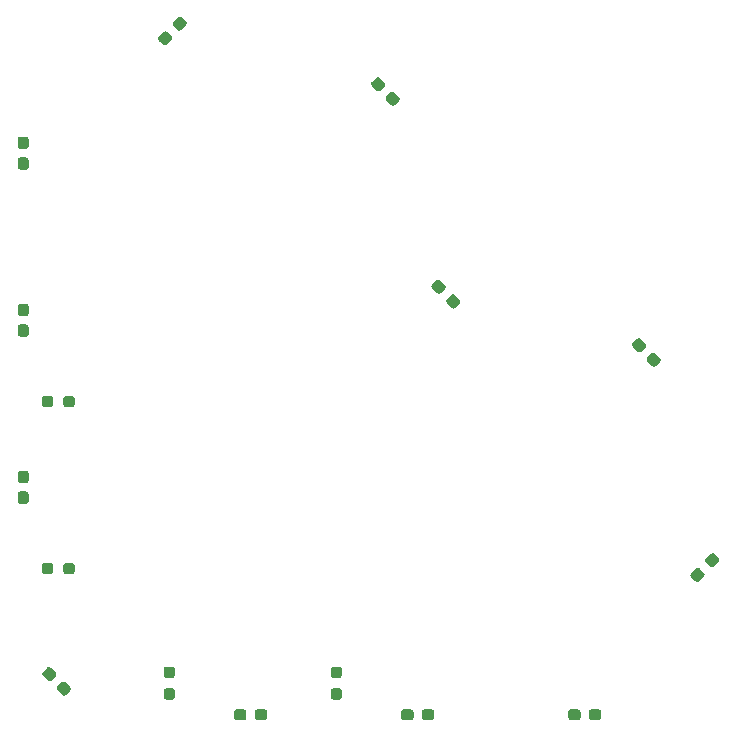
<source format=gtp>
G04 #@! TF.GenerationSoftware,KiCad,Pcbnew,5.1.7-a382d34a88~90~ubuntu20.04.1*
G04 #@! TF.CreationDate,2022-01-21T18:01:13-05:00*
G04 #@! TF.ProjectId,cr2022012001-12-leds-board,63723230-3232-4303-9132-3030312d3132,rev?*
G04 #@! TF.SameCoordinates,Original*
G04 #@! TF.FileFunction,Paste,Top*
G04 #@! TF.FilePolarity,Positive*
%FSLAX46Y46*%
G04 Gerber Fmt 4.6, Leading zero omitted, Abs format (unit mm)*
G04 Created by KiCad (PCBNEW 5.1.7-a382d34a88~90~ubuntu20.04.1) date 2022-01-21 18:01:13*
%MOMM*%
%LPD*%
G01*
G04 APERTURE LIST*
G04 APERTURE END LIST*
G36*
G01*
X180423665Y-93717821D02*
X180898665Y-93717821D01*
G75*
G02*
X181136165Y-93955321I0J-237500D01*
G01*
X181136165Y-94455321D01*
G75*
G02*
X180898665Y-94692821I-237500J0D01*
G01*
X180423665Y-94692821D01*
G75*
G02*
X180186165Y-94455321I0J237500D01*
G01*
X180186165Y-93955321D01*
G75*
G02*
X180423665Y-93717821I237500J0D01*
G01*
G37*
G36*
G01*
X180423665Y-91892821D02*
X180898665Y-91892821D01*
G75*
G02*
X181136165Y-92130321I0J-237500D01*
G01*
X181136165Y-92630321D01*
G75*
G02*
X180898665Y-92867821I-237500J0D01*
G01*
X180423665Y-92867821D01*
G75*
G02*
X180186165Y-92630321I0J237500D01*
G01*
X180186165Y-92130321D01*
G75*
G02*
X180423665Y-91892821I237500J0D01*
G01*
G37*
G36*
G01*
X166281530Y-93717821D02*
X166756530Y-93717821D01*
G75*
G02*
X166994030Y-93955321I0J-237500D01*
G01*
X166994030Y-94455321D01*
G75*
G02*
X166756530Y-94692821I-237500J0D01*
G01*
X166281530Y-94692821D01*
G75*
G02*
X166044030Y-94455321I0J237500D01*
G01*
X166044030Y-93955321D01*
G75*
G02*
X166281530Y-93717821I237500J0D01*
G01*
G37*
G36*
G01*
X166281530Y-91892821D02*
X166756530Y-91892821D01*
G75*
G02*
X166994030Y-92130321I0J-237500D01*
G01*
X166994030Y-92630321D01*
G75*
G02*
X166756530Y-92867821I-237500J0D01*
G01*
X166281530Y-92867821D01*
G75*
G02*
X166044030Y-92630321I0J237500D01*
G01*
X166044030Y-92130321D01*
G75*
G02*
X166281530Y-91892821I237500J0D01*
G01*
G37*
G36*
G01*
X156696248Y-83361219D02*
X156696248Y-83836219D01*
G75*
G02*
X156458748Y-84073719I-237500J0D01*
G01*
X155958748Y-84073719D01*
G75*
G02*
X155721248Y-83836219I0J237500D01*
G01*
X155721248Y-83361219D01*
G75*
G02*
X155958748Y-83123719I237500J0D01*
G01*
X156458748Y-83123719D01*
G75*
G02*
X156696248Y-83361219I0J-237500D01*
G01*
G37*
G36*
G01*
X158521248Y-83361219D02*
X158521248Y-83836219D01*
G75*
G02*
X158283748Y-84073719I-237500J0D01*
G01*
X157783748Y-84073719D01*
G75*
G02*
X157546248Y-83836219I0J237500D01*
G01*
X157546248Y-83361219D01*
G75*
G02*
X157783748Y-83123719I237500J0D01*
G01*
X158283748Y-83123719D01*
G75*
G02*
X158521248Y-83361219I0J-237500D01*
G01*
G37*
G36*
G01*
X156696248Y-69219084D02*
X156696248Y-69694084D01*
G75*
G02*
X156458748Y-69931584I-237500J0D01*
G01*
X155958748Y-69931584D01*
G75*
G02*
X155721248Y-69694084I0J237500D01*
G01*
X155721248Y-69219084D01*
G75*
G02*
X155958748Y-68981584I237500J0D01*
G01*
X156458748Y-68981584D01*
G75*
G02*
X156696248Y-69219084I0J-237500D01*
G01*
G37*
G36*
G01*
X158521248Y-69219084D02*
X158521248Y-69694084D01*
G75*
G02*
X158283748Y-69931584I-237500J0D01*
G01*
X157783748Y-69931584D01*
G75*
G02*
X157546248Y-69694084I0J237500D01*
G01*
X157546248Y-69219084D01*
G75*
G02*
X157783748Y-68981584I237500J0D01*
G01*
X158283748Y-68981584D01*
G75*
G02*
X158521248Y-69219084I0J-237500D01*
G01*
G37*
G36*
G01*
X153907161Y-77063312D02*
X154382161Y-77063312D01*
G75*
G02*
X154619661Y-77300812I0J-237500D01*
G01*
X154619661Y-77875812D01*
G75*
G02*
X154382161Y-78113312I-237500J0D01*
G01*
X153907161Y-78113312D01*
G75*
G02*
X153669661Y-77875812I0J237500D01*
G01*
X153669661Y-77300812D01*
G75*
G02*
X153907161Y-77063312I237500J0D01*
G01*
G37*
G36*
G01*
X153907161Y-75313312D02*
X154382161Y-75313312D01*
G75*
G02*
X154619661Y-75550812I0J-237500D01*
G01*
X154619661Y-76125812D01*
G75*
G02*
X154382161Y-76363312I-237500J0D01*
G01*
X153907161Y-76363312D01*
G75*
G02*
X153669661Y-76125812I0J237500D01*
G01*
X153669661Y-75550812D01*
G75*
G02*
X153907161Y-75313312I237500J0D01*
G01*
G37*
G36*
G01*
X153907161Y-62921177D02*
X154382161Y-62921177D01*
G75*
G02*
X154619661Y-63158677I0J-237500D01*
G01*
X154619661Y-63733677D01*
G75*
G02*
X154382161Y-63971177I-237500J0D01*
G01*
X153907161Y-63971177D01*
G75*
G02*
X153669661Y-63733677I0J237500D01*
G01*
X153669661Y-63158677D01*
G75*
G02*
X153907161Y-62921177I237500J0D01*
G01*
G37*
G36*
G01*
X153907161Y-61171177D02*
X154382161Y-61171177D01*
G75*
G02*
X154619661Y-61408677I0J-237500D01*
G01*
X154619661Y-61983677D01*
G75*
G02*
X154382161Y-62221177I-237500J0D01*
G01*
X153907161Y-62221177D01*
G75*
G02*
X153669661Y-61983677I0J237500D01*
G01*
X153669661Y-61408677D01*
G75*
G02*
X153907161Y-61171177I237500J0D01*
G01*
G37*
G36*
G01*
X153907161Y-48779041D02*
X154382161Y-48779041D01*
G75*
G02*
X154619661Y-49016541I0J-237500D01*
G01*
X154619661Y-49591541D01*
G75*
G02*
X154382161Y-49829041I-237500J0D01*
G01*
X153907161Y-49829041D01*
G75*
G02*
X153669661Y-49591541I0J237500D01*
G01*
X153669661Y-49016541D01*
G75*
G02*
X153907161Y-48779041I237500J0D01*
G01*
G37*
G36*
G01*
X153907161Y-47029041D02*
X154382161Y-47029041D01*
G75*
G02*
X154619661Y-47266541I0J-237500D01*
G01*
X154619661Y-47841541D01*
G75*
G02*
X154382161Y-48079041I-237500J0D01*
G01*
X153907161Y-48079041D01*
G75*
G02*
X153669661Y-47841541I0J237500D01*
G01*
X153669661Y-47266541D01*
G75*
G02*
X153907161Y-47029041I237500J0D01*
G01*
G37*
G36*
G01*
X166368770Y-38158269D02*
X166704646Y-38494145D01*
G75*
G02*
X166704646Y-38830021I-167938J-167938D01*
G01*
X166298060Y-39236607D01*
G75*
G02*
X165962184Y-39236607I-167938J167938D01*
G01*
X165626308Y-38900731D01*
G75*
G02*
X165626308Y-38564855I167938J167938D01*
G01*
X166032894Y-38158269D01*
G75*
G02*
X166368770Y-38158269I167938J-167938D01*
G01*
G37*
G36*
G01*
X167606206Y-36920833D02*
X167942082Y-37256709D01*
G75*
G02*
X167942082Y-37592585I-167938J-167938D01*
G01*
X167535496Y-37999171D01*
G75*
G02*
X167199620Y-37999171I-167938J167938D01*
G01*
X166863744Y-37663295D01*
G75*
G02*
X166863744Y-37327419I167938J167938D01*
G01*
X167270330Y-36920833D01*
G75*
G02*
X167606206Y-36920833I167938J-167938D01*
G01*
G37*
G36*
G01*
X184894967Y-43620670D02*
X185230843Y-43284794D01*
G75*
G02*
X185566719Y-43284794I167938J-167938D01*
G01*
X185973305Y-43691380D01*
G75*
G02*
X185973305Y-44027256I-167938J-167938D01*
G01*
X185637429Y-44363132D01*
G75*
G02*
X185301553Y-44363132I-167938J167938D01*
G01*
X184894967Y-43956546D01*
G75*
G02*
X184894967Y-43620670I167938J167938D01*
G01*
G37*
G36*
G01*
X183657531Y-42383234D02*
X183993407Y-42047358D01*
G75*
G02*
X184329283Y-42047358I167938J-167938D01*
G01*
X184735869Y-42453944D01*
G75*
G02*
X184735869Y-42789820I-167938J-167938D01*
G01*
X184399993Y-43125696D01*
G75*
G02*
X184064117Y-43125696I-167938J167938D01*
G01*
X183657531Y-42719110D01*
G75*
G02*
X183657531Y-42383234I167938J167938D01*
G01*
G37*
G36*
G01*
X190021491Y-60768009D02*
X190357367Y-60432133D01*
G75*
G02*
X190693243Y-60432133I167938J-167938D01*
G01*
X191099829Y-60838719D01*
G75*
G02*
X191099829Y-61174595I-167938J-167938D01*
G01*
X190763953Y-61510471D01*
G75*
G02*
X190428077Y-61510471I-167938J167938D01*
G01*
X190021491Y-61103885D01*
G75*
G02*
X190021491Y-60768009I167938J167938D01*
G01*
G37*
G36*
G01*
X188784055Y-59530573D02*
X189119931Y-59194697D01*
G75*
G02*
X189455807Y-59194697I167938J-167938D01*
G01*
X189862393Y-59601283D01*
G75*
G02*
X189862393Y-59937159I-167938J-167938D01*
G01*
X189526517Y-60273035D01*
G75*
G02*
X189190641Y-60273035I-167938J167938D01*
G01*
X188784055Y-59866449D01*
G75*
G02*
X188784055Y-59530573I167938J167938D01*
G01*
G37*
G36*
G01*
X206832955Y-64886906D02*
X206497079Y-65222782D01*
G75*
G02*
X206161203Y-65222782I-167938J167938D01*
G01*
X205754617Y-64816196D01*
G75*
G02*
X205754617Y-64480320I167938J167938D01*
G01*
X206090493Y-64144444D01*
G75*
G02*
X206426369Y-64144444I167938J-167938D01*
G01*
X206832955Y-64551030D01*
G75*
G02*
X206832955Y-64886906I-167938J-167938D01*
G01*
G37*
G36*
G01*
X208070391Y-66124342D02*
X207734515Y-66460218D01*
G75*
G02*
X207398639Y-66460218I-167938J167938D01*
G01*
X206992053Y-66053632D01*
G75*
G02*
X206992053Y-65717756I167938J167938D01*
G01*
X207327929Y-65381880D01*
G75*
G02*
X207663805Y-65381880I167938J-167938D01*
G01*
X208070391Y-65788466D01*
G75*
G02*
X208070391Y-66124342I-167938J-167938D01*
G01*
G37*
G36*
G01*
X211446827Y-83589880D02*
X211782703Y-83925756D01*
G75*
G02*
X211782703Y-84261632I-167938J-167938D01*
G01*
X211376117Y-84668218D01*
G75*
G02*
X211040241Y-84668218I-167938J167938D01*
G01*
X210704365Y-84332342D01*
G75*
G02*
X210704365Y-83996466I167938J167938D01*
G01*
X211110951Y-83589880D01*
G75*
G02*
X211446827Y-83589880I167938J-167938D01*
G01*
G37*
G36*
G01*
X212684263Y-82352444D02*
X213020139Y-82688320D01*
G75*
G02*
X213020139Y-83024196I-167938J-167938D01*
G01*
X212613553Y-83430782D01*
G75*
G02*
X212277677Y-83430782I-167938J167938D01*
G01*
X211941801Y-83094906D01*
G75*
G02*
X211941801Y-82759030I167938J167938D01*
G01*
X212348387Y-82352444D01*
G75*
G02*
X212684263Y-82352444I167938J-167938D01*
G01*
G37*
G36*
G01*
X201338708Y-95735588D02*
X201338708Y-96210588D01*
G75*
G02*
X201101208Y-96448088I-237500J0D01*
G01*
X200526208Y-96448088D01*
G75*
G02*
X200288708Y-96210588I0J237500D01*
G01*
X200288708Y-95735588D01*
G75*
G02*
X200526208Y-95498088I237500J0D01*
G01*
X201101208Y-95498088D01*
G75*
G02*
X201338708Y-95735588I0J-237500D01*
G01*
G37*
G36*
G01*
X203088708Y-95735588D02*
X203088708Y-96210588D01*
G75*
G02*
X202851208Y-96448088I-237500J0D01*
G01*
X202276208Y-96448088D01*
G75*
G02*
X202038708Y-96210588I0J237500D01*
G01*
X202038708Y-95735588D01*
G75*
G02*
X202276208Y-95498088I237500J0D01*
G01*
X202851208Y-95498088D01*
G75*
G02*
X203088708Y-95735588I0J-237500D01*
G01*
G37*
G36*
G01*
X187196572Y-95735588D02*
X187196572Y-96210588D01*
G75*
G02*
X186959072Y-96448088I-237500J0D01*
G01*
X186384072Y-96448088D01*
G75*
G02*
X186146572Y-96210588I0J237500D01*
G01*
X186146572Y-95735588D01*
G75*
G02*
X186384072Y-95498088I237500J0D01*
G01*
X186959072Y-95498088D01*
G75*
G02*
X187196572Y-95735588I0J-237500D01*
G01*
G37*
G36*
G01*
X188946572Y-95735588D02*
X188946572Y-96210588D01*
G75*
G02*
X188709072Y-96448088I-237500J0D01*
G01*
X188134072Y-96448088D01*
G75*
G02*
X187896572Y-96210588I0J237500D01*
G01*
X187896572Y-95735588D01*
G75*
G02*
X188134072Y-95498088I237500J0D01*
G01*
X188709072Y-95498088D01*
G75*
G02*
X188946572Y-95735588I0J-237500D01*
G01*
G37*
G36*
G01*
X173054437Y-95735588D02*
X173054437Y-96210588D01*
G75*
G02*
X172816937Y-96448088I-237500J0D01*
G01*
X172241937Y-96448088D01*
G75*
G02*
X172004437Y-96210588I0J237500D01*
G01*
X172004437Y-95735588D01*
G75*
G02*
X172241937Y-95498088I237500J0D01*
G01*
X172816937Y-95498088D01*
G75*
G02*
X173054437Y-95735588I0J-237500D01*
G01*
G37*
G36*
G01*
X174804437Y-95735588D02*
X174804437Y-96210588D01*
G75*
G02*
X174566937Y-96448088I-237500J0D01*
G01*
X173991937Y-96448088D01*
G75*
G02*
X173754437Y-96210588I0J237500D01*
G01*
X173754437Y-95735588D01*
G75*
G02*
X173991937Y-95498088I237500J0D01*
G01*
X174566937Y-95498088D01*
G75*
G02*
X174804437Y-95735588I0J-237500D01*
G01*
G37*
G36*
G01*
X157052637Y-93560086D02*
X157388513Y-93224210D01*
G75*
G02*
X157724389Y-93224210I167938J-167938D01*
G01*
X158130975Y-93630796D01*
G75*
G02*
X158130975Y-93966672I-167938J-167938D01*
G01*
X157795099Y-94302548D01*
G75*
G02*
X157459223Y-94302548I-167938J167938D01*
G01*
X157052637Y-93895962D01*
G75*
G02*
X157052637Y-93560086I167938J167938D01*
G01*
G37*
G36*
G01*
X155815201Y-92322650D02*
X156151077Y-91986774D01*
G75*
G02*
X156486953Y-91986774I167938J-167938D01*
G01*
X156893539Y-92393360D01*
G75*
G02*
X156893539Y-92729236I-167938J-167938D01*
G01*
X156557663Y-93065112D01*
G75*
G02*
X156221787Y-93065112I-167938J167938D01*
G01*
X155815201Y-92658526D01*
G75*
G02*
X155815201Y-92322650I167938J167938D01*
G01*
G37*
M02*

</source>
